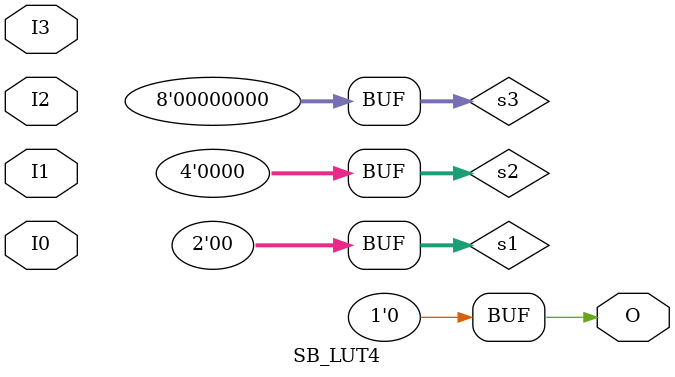
<source format=v>
module SB_LUT4 (
	output O,
	input I0,
	input I1,
	input I2,
	input I3
);
	parameter [15:0] LUT_INIT = 0;
	wire [7:0] s3 = I3 ? LUT_INIT[15:8] : LUT_INIT[7:0];
	wire [3:0] s2 = I2 ?       s3[ 7:4] :       s3[3:0];
	wire [1:0] s1 = I1 ?       s2[ 3:2] :       s2[1:0];
	assign O = I0 ? s1[1] : s1[0];
endmodule

</source>
